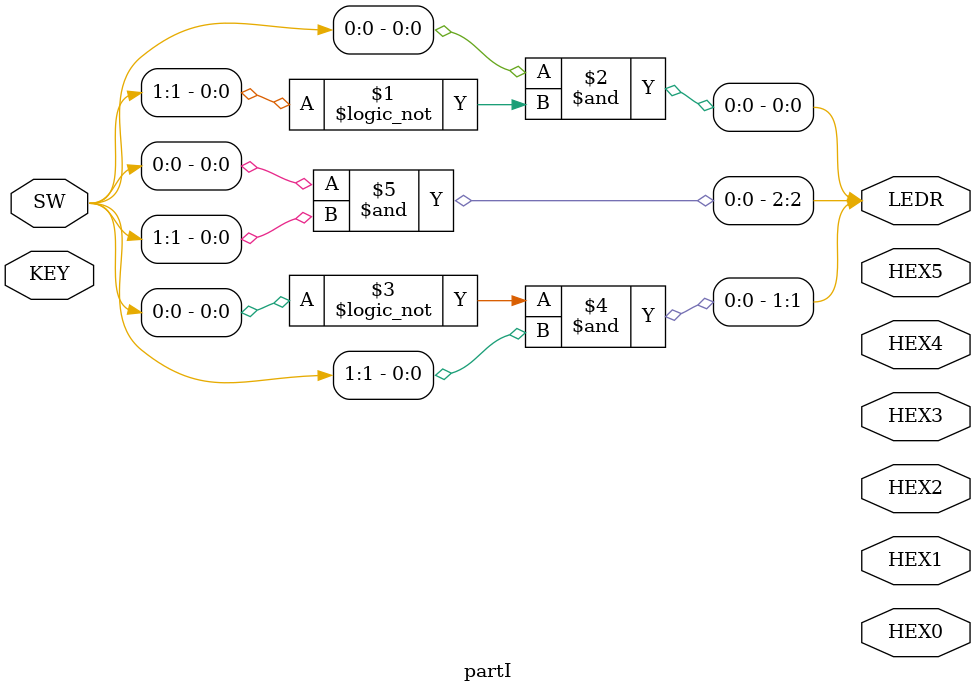
<source format=v>


module partI(

	//////////// SEG7 //////////
	output		     [7:0]		HEX0,
	output		     [7:0]		HEX1,
	output		     [7:0]		HEX2,
	output		     [7:0]		HEX3,
	output		     [7:0]		HEX4,
	output		     [7:0]		HEX5,

	//////////// KEY //////////
	input 		     [1:0]		KEY,

	//////////// LED //////////
	output		     [9:0]		LEDR,

	//////////// SW //////////
	input 		     [9:0]		SW
);



//=======================================================
//  REG/WIRE declarations
//=======================================================




//=======================================================
//  Structural coding
//=======================================================

// LEDR[2:0] corresponds to the number, 0, 1, 2, and 3. SW0, SW1, and SW2 could switch the LEDR to display those numbers if you set SW in the number's binary form.
assign LEDR[0] = SW[0] & !SW[1];
assign LEDR[1] = !SW[0] & SW[1];
assign LEDR[2] = SW[0] & SW[1];


// Display 0, 1, 2 in HEX0, HEX1, HEX2
//assign HEX0 = 8'b11000000;
//assign HEX1 = 8'b11111001;
//assign HEX2 = 8'b10100100;

endmodule

</source>
